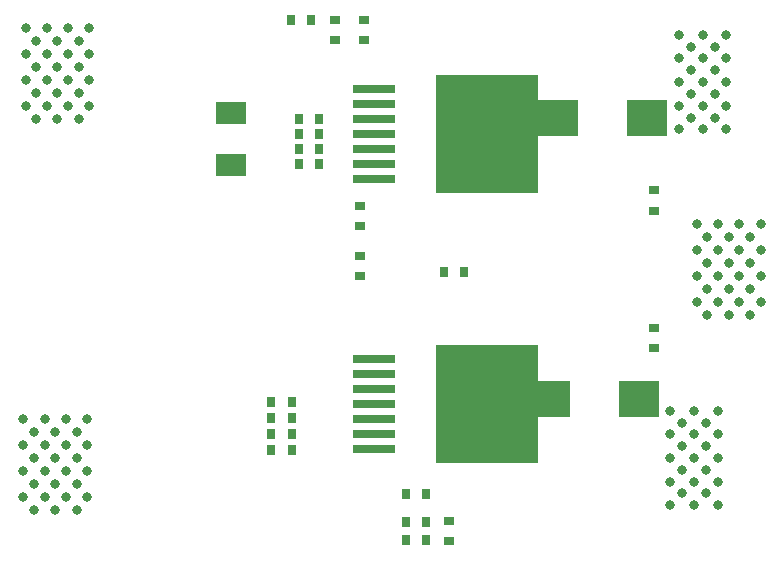
<source format=gtp>
%FSLAX33Y33*%
%MOMM*%
%AMRect-W670710-H870710-RO0.500*
21,1,0.67071,0.87071,0.,0.,270*%
%AMRect-W670710-H870710-RO1.000*
21,1,0.67071,0.87071,0.,0.,180*%
%AMRect-W750001-H3550001-RO1.500*
21,1,0.750001,3.550001,0.,0.,90*%
%AMRect-W10000000-H8600001-RO1.500*
21,1,10.,8.600001,0.,0.,90*%
%AMRect-W1800000-H2500000-RO0.500*
21,1,1.8,2.5,0.,0.,270*%
%AMRect-W670710-H870710-RO1.500*
21,1,0.67071,0.87071,0.,0.,90*%
%ADD10C,0.8*%
%ADD11Rect-W670710-H870710-RO0.500*%
%ADD12Rect-W670710-H870710-RO1.000*%
%ADD13C,0.7*%
%ADD14Rect-W750001-H3550001-RO1.500*%
%ADD15Rect-W10000000-H8600001-RO1.500*%
%ADD16Rect-W1800000-H2500000-RO0.500*%
%ADD17R,0.67071X0.87071*%
%ADD18Rect-W670710-H870710-RO1.500*%
%ADD19R,3.5X3.1*%
D10*
%LNtop paste_traces*%
G01*
X58650Y7350D03*
X9461Y45573D03*
X7475Y8025D03*
X62687Y28999D03*
X60887Y31199D03*
X60400Y44175D03*
X63400Y45175D03*
X58650Y13350D03*
X64487Y28999D03*
X3875Y12425D03*
X7661Y47773D03*
X9461Y43373D03*
X62650Y11350D03*
X66287Y24599D03*
X63587Y27899D03*
X60650Y13350D03*
X61400Y45175D03*
X4775Y11325D03*
X59650Y10350D03*
X61787Y25699D03*
X7475Y12425D03*
X4775Y9125D03*
X5861Y43373D03*
X5675Y12425D03*
X64487Y24599D03*
X65387Y25699D03*
X62687Y26799D03*
X6575Y11325D03*
X59400Y47175D03*
X4961Y46673D03*
X62400Y44175D03*
X60650Y7350D03*
X64487Y31199D03*
X62650Y13350D03*
X59650Y12350D03*
X7661Y41173D03*
X60400Y42175D03*
X6761Y40073D03*
X60650Y11350D03*
X60887Y26799D03*
X63587Y23499D03*
X8561Y44473D03*
X60650Y15350D03*
X60887Y24599D03*
X3875Y10225D03*
X66287Y28999D03*
X59650Y8350D03*
X8375Y13525D03*
X61650Y10350D03*
X6575Y13525D03*
X59400Y43175D03*
X8561Y46673D03*
X60400Y46175D03*
X65387Y23499D03*
X66287Y26799D03*
X9461Y47773D03*
X62400Y46175D03*
X64487Y26799D03*
X6575Y6925D03*
X6761Y44473D03*
X6761Y42273D03*
X61400Y43175D03*
X4061Y47773D03*
X59400Y39175D03*
X4961Y44473D03*
X61400Y39175D03*
X3875Y8025D03*
X61787Y30099D03*
X65387Y30099D03*
X66287Y31199D03*
X5675Y8025D03*
X5861Y47773D03*
X62650Y9350D03*
X59650Y14350D03*
X60400Y40175D03*
X7661Y43373D03*
X4061Y45573D03*
X4775Y13525D03*
X4961Y42273D03*
X4061Y43373D03*
X8375Y11325D03*
X8561Y42273D03*
X61650Y12350D03*
X6575Y9125D03*
X5675Y10225D03*
X7661Y45573D03*
X63400Y41175D03*
X9275Y14625D03*
X65387Y27899D03*
X9275Y8025D03*
X9275Y10225D03*
X63587Y25699D03*
X9461Y41173D03*
X59400Y41175D03*
X59400Y45175D03*
X63400Y43175D03*
X6761Y46673D03*
X58650Y15350D03*
X62687Y31199D03*
X8375Y9125D03*
X8561Y40073D03*
X63400Y39175D03*
X62400Y42175D03*
X62650Y7350D03*
X8375Y6925D03*
X3875Y14625D03*
X4961Y40073D03*
X4061Y41173D03*
X61650Y14350D03*
X63400Y47175D03*
X58650Y11350D03*
X62650Y15350D03*
X62400Y40175D03*
X9275Y12425D03*
X5861Y45573D03*
X7475Y10225D03*
X58650Y9350D03*
X5861Y41173D03*
X61400Y47175D03*
X63587Y30099D03*
X61650Y8350D03*
X61400Y41175D03*
X61787Y27899D03*
X4775Y6925D03*
X62687Y24599D03*
X7475Y14625D03*
X60650Y9350D03*
X60887Y28999D03*
X5675Y14625D03*
X61787Y23499D03*
%LNtop paste component ea07fd4ff4997684*%
D11*
X32352Y28475D03*
X32352Y26775D03*
%LNtop paste component 11c37bdc9c142eb1*%
D12*
X37929Y8335D03*
X36229Y8335D03*
%LNtop paste component 8bb0fe85e55078e9*%
D13*
X39700Y20325D03*
X41700Y20325D03*
X43700Y20325D03*
X45700Y20325D03*
X40700Y19075D03*
X42700Y19075D03*
X44700Y19075D03*
X44700Y16575D03*
X45700Y17825D03*
X43700Y17825D03*
X42700Y16575D03*
X40700Y16575D03*
X39700Y17825D03*
X41700Y17825D03*
X44700Y14075D03*
X45700Y15325D03*
X43700Y15325D03*
X42700Y14075D03*
X40700Y14075D03*
X39700Y15325D03*
X41700Y15325D03*
X44700Y11575D03*
X45700Y12825D03*
X43700Y12825D03*
X42700Y11575D03*
X40700Y11575D03*
X39700Y12825D03*
X41700Y12825D03*
D14*
X33575Y19760D03*
X33575Y18490D03*
X33575Y17220D03*
X33575Y15950D03*
X33575Y14680D03*
X33575Y13410D03*
X33575Y12140D03*
D15*
X43125Y15950D03*
%LNtop paste component db61931e5f035644*%
D12*
X26575Y14725D03*
X24875Y14725D03*
%LNtop paste component 7137e71a4cea728d*%
D16*
X21425Y40546D03*
X21425Y36126D03*
%LNtop paste component 4d3a6ebc9d54f9cd*%
D11*
X32693Y48425D03*
X32693Y46725D03*
%LNtop paste component cd382a3683b8f075*%
D12*
X26575Y16052D03*
X24875Y16052D03*
%LNtop paste component d2d1590e89a861b1*%
D17*
X24875Y13349D03*
X26575Y13349D03*
%LNtop paste component 0cfafaa410137a58*%
D11*
X57300Y34000D03*
X57300Y32300D03*
%LNtop paste component 3ce2933df4b04c48*%
D13*
X39700Y43126D03*
X41700Y43126D03*
X43700Y43126D03*
X45700Y43126D03*
X40700Y41876D03*
X42700Y41876D03*
X44700Y41876D03*
X44700Y39376D03*
X45700Y40626D03*
X43700Y40626D03*
X42700Y39376D03*
X40700Y39376D03*
X39700Y40626D03*
X41700Y40626D03*
X44700Y36876D03*
X45700Y38126D03*
X43700Y38126D03*
X42700Y36876D03*
X40700Y36876D03*
X39700Y38126D03*
X41700Y38126D03*
X44700Y34376D03*
X45700Y35626D03*
X43700Y35626D03*
X42700Y34376D03*
X40700Y34376D03*
X39700Y35626D03*
X41700Y35626D03*
D14*
X33575Y42561D03*
X33575Y41291D03*
X33575Y40021D03*
X33575Y38751D03*
X33575Y37481D03*
X33575Y36211D03*
X33575Y34941D03*
D15*
X43125Y38751D03*
%LNtop paste component 6df1a0f1c6ef3c6a*%
D18*
X39878Y4310D03*
X39878Y6010D03*
%LNtop paste component 49e4e2322de7130e*%
D12*
X28900Y40082D03*
X27200Y40082D03*
%LNtop paste component 85390a75f14b6068*%
D11*
X32352Y32725D03*
X32352Y31025D03*
%LNtop paste component fab8c58c7bc5192a*%
D19*
X48460Y16350D03*
X55960Y16350D03*
D10*
X47210Y17400D03*
X48448Y17400D03*
X49685Y17400D03*
X47210Y15306D03*
X49685Y15306D03*
X48448Y15306D03*
X49067Y16350D03*
X47829Y16350D03*
X54723Y17400D03*
X55960Y17400D03*
X57198Y17400D03*
X56579Y16350D03*
X55342Y16350D03*
X57198Y15306D03*
X54723Y15306D03*
X55960Y15306D03*
%LNtop paste component 8e6e433721e33b4f*%
D17*
X39496Y27075D03*
X41196Y27075D03*
%LNtop paste component 64e381ecda86371f*%
D12*
X26575Y12025D03*
X24875Y12025D03*
%LNtop paste component fca6e894d8537711*%
D11*
X30299Y48425D03*
X30299Y46725D03*
%LNtop paste component 23d9f258c1d46145*%
D17*
X36229Y4410D03*
X37929Y4410D03*
%LNtop paste component 705094b2a077bcc6*%
X36229Y5910D03*
X37929Y5910D03*
%LNtop paste component a7aed7fea1efd697*%
D12*
X28194Y48425D03*
X26494Y48425D03*
%LNtop paste component 346f0da3333319ea*%
D19*
X49175Y40175D03*
X56675Y40175D03*
D10*
X47925Y41225D03*
X49163Y41225D03*
X50400Y41225D03*
X47925Y39131D03*
X50400Y39131D03*
X49163Y39131D03*
X49781Y40175D03*
X48544Y40175D03*
X55438Y41225D03*
X56675Y41225D03*
X57913Y41225D03*
X57294Y40175D03*
X56056Y40175D03*
X57913Y39131D03*
X55438Y39131D03*
X56675Y39131D03*
%LNtop paste component da3eb70409a45156*%
D12*
X28900Y38812D03*
X27200Y38812D03*
%LNtop paste component 7a765de22fa4a192*%
X28900Y36272D03*
X27200Y36272D03*
%LNtop paste component 30ac9311f028b718*%
D17*
X27200Y37542D03*
X28900Y37542D03*
%LNtop paste component 14ae6f913210defb*%
D18*
X57275Y20650D03*
X57275Y22350D03*
M02*
</source>
